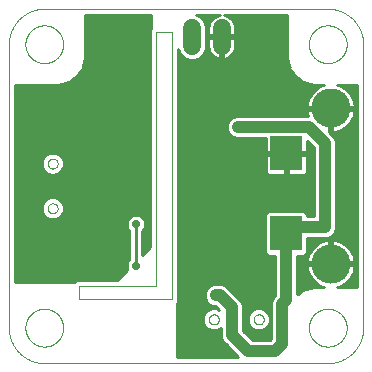
<source format=gbl>
G75*
%MOIN*%
%OFA0B0*%
%FSLAX25Y25*%
%IPPOS*%
%LPD*%
%AMOC8*
5,1,8,0,0,1.08239X$1,22.5*
%
%ADD10C,0.00000*%
%ADD11R,0.10630X0.11614*%
%ADD12C,0.05906*%
%ADD13C,0.13055*%
%ADD14C,0.01000*%
%ADD15OC8,0.03762*%
%ADD16OC8,0.02700*%
%ADD17C,0.03937*%
%ADD18C,0.00984*%
D10*
X0054181Y0045967D02*
X0054181Y0140455D01*
X0059693Y0140455D02*
X0059695Y0140613D01*
X0059701Y0140771D01*
X0059711Y0140929D01*
X0059725Y0141087D01*
X0059743Y0141244D01*
X0059764Y0141401D01*
X0059790Y0141557D01*
X0059820Y0141713D01*
X0059853Y0141868D01*
X0059891Y0142021D01*
X0059932Y0142174D01*
X0059977Y0142326D01*
X0060026Y0142477D01*
X0060079Y0142626D01*
X0060135Y0142774D01*
X0060195Y0142920D01*
X0060259Y0143065D01*
X0060327Y0143208D01*
X0060398Y0143350D01*
X0060472Y0143490D01*
X0060550Y0143627D01*
X0060632Y0143763D01*
X0060716Y0143897D01*
X0060805Y0144028D01*
X0060896Y0144157D01*
X0060991Y0144284D01*
X0061088Y0144409D01*
X0061189Y0144531D01*
X0061293Y0144650D01*
X0061400Y0144767D01*
X0061510Y0144881D01*
X0061623Y0144992D01*
X0061738Y0145101D01*
X0061856Y0145206D01*
X0061977Y0145308D01*
X0062100Y0145408D01*
X0062226Y0145504D01*
X0062354Y0145597D01*
X0062484Y0145687D01*
X0062617Y0145773D01*
X0062752Y0145857D01*
X0062888Y0145936D01*
X0063027Y0146013D01*
X0063168Y0146085D01*
X0063310Y0146155D01*
X0063454Y0146220D01*
X0063600Y0146282D01*
X0063747Y0146340D01*
X0063896Y0146395D01*
X0064046Y0146446D01*
X0064197Y0146493D01*
X0064349Y0146536D01*
X0064502Y0146575D01*
X0064657Y0146611D01*
X0064812Y0146642D01*
X0064968Y0146670D01*
X0065124Y0146694D01*
X0065281Y0146714D01*
X0065439Y0146730D01*
X0065596Y0146742D01*
X0065755Y0146750D01*
X0065913Y0146754D01*
X0066071Y0146754D01*
X0066229Y0146750D01*
X0066388Y0146742D01*
X0066545Y0146730D01*
X0066703Y0146714D01*
X0066860Y0146694D01*
X0067016Y0146670D01*
X0067172Y0146642D01*
X0067327Y0146611D01*
X0067482Y0146575D01*
X0067635Y0146536D01*
X0067787Y0146493D01*
X0067938Y0146446D01*
X0068088Y0146395D01*
X0068237Y0146340D01*
X0068384Y0146282D01*
X0068530Y0146220D01*
X0068674Y0146155D01*
X0068816Y0146085D01*
X0068957Y0146013D01*
X0069096Y0145936D01*
X0069232Y0145857D01*
X0069367Y0145773D01*
X0069500Y0145687D01*
X0069630Y0145597D01*
X0069758Y0145504D01*
X0069884Y0145408D01*
X0070007Y0145308D01*
X0070128Y0145206D01*
X0070246Y0145101D01*
X0070361Y0144992D01*
X0070474Y0144881D01*
X0070584Y0144767D01*
X0070691Y0144650D01*
X0070795Y0144531D01*
X0070896Y0144409D01*
X0070993Y0144284D01*
X0071088Y0144157D01*
X0071179Y0144028D01*
X0071268Y0143897D01*
X0071352Y0143763D01*
X0071434Y0143627D01*
X0071512Y0143490D01*
X0071586Y0143350D01*
X0071657Y0143208D01*
X0071725Y0143065D01*
X0071789Y0142920D01*
X0071849Y0142774D01*
X0071905Y0142626D01*
X0071958Y0142477D01*
X0072007Y0142326D01*
X0072052Y0142174D01*
X0072093Y0142021D01*
X0072131Y0141868D01*
X0072164Y0141713D01*
X0072194Y0141557D01*
X0072220Y0141401D01*
X0072241Y0141244D01*
X0072259Y0141087D01*
X0072273Y0140929D01*
X0072283Y0140771D01*
X0072289Y0140613D01*
X0072291Y0140455D01*
X0072289Y0140297D01*
X0072283Y0140139D01*
X0072273Y0139981D01*
X0072259Y0139823D01*
X0072241Y0139666D01*
X0072220Y0139509D01*
X0072194Y0139353D01*
X0072164Y0139197D01*
X0072131Y0139042D01*
X0072093Y0138889D01*
X0072052Y0138736D01*
X0072007Y0138584D01*
X0071958Y0138433D01*
X0071905Y0138284D01*
X0071849Y0138136D01*
X0071789Y0137990D01*
X0071725Y0137845D01*
X0071657Y0137702D01*
X0071586Y0137560D01*
X0071512Y0137420D01*
X0071434Y0137283D01*
X0071352Y0137147D01*
X0071268Y0137013D01*
X0071179Y0136882D01*
X0071088Y0136753D01*
X0070993Y0136626D01*
X0070896Y0136501D01*
X0070795Y0136379D01*
X0070691Y0136260D01*
X0070584Y0136143D01*
X0070474Y0136029D01*
X0070361Y0135918D01*
X0070246Y0135809D01*
X0070128Y0135704D01*
X0070007Y0135602D01*
X0069884Y0135502D01*
X0069758Y0135406D01*
X0069630Y0135313D01*
X0069500Y0135223D01*
X0069367Y0135137D01*
X0069232Y0135053D01*
X0069096Y0134974D01*
X0068957Y0134897D01*
X0068816Y0134825D01*
X0068674Y0134755D01*
X0068530Y0134690D01*
X0068384Y0134628D01*
X0068237Y0134570D01*
X0068088Y0134515D01*
X0067938Y0134464D01*
X0067787Y0134417D01*
X0067635Y0134374D01*
X0067482Y0134335D01*
X0067327Y0134299D01*
X0067172Y0134268D01*
X0067016Y0134240D01*
X0066860Y0134216D01*
X0066703Y0134196D01*
X0066545Y0134180D01*
X0066388Y0134168D01*
X0066229Y0134160D01*
X0066071Y0134156D01*
X0065913Y0134156D01*
X0065755Y0134160D01*
X0065596Y0134168D01*
X0065439Y0134180D01*
X0065281Y0134196D01*
X0065124Y0134216D01*
X0064968Y0134240D01*
X0064812Y0134268D01*
X0064657Y0134299D01*
X0064502Y0134335D01*
X0064349Y0134374D01*
X0064197Y0134417D01*
X0064046Y0134464D01*
X0063896Y0134515D01*
X0063747Y0134570D01*
X0063600Y0134628D01*
X0063454Y0134690D01*
X0063310Y0134755D01*
X0063168Y0134825D01*
X0063027Y0134897D01*
X0062888Y0134974D01*
X0062752Y0135053D01*
X0062617Y0135137D01*
X0062484Y0135223D01*
X0062354Y0135313D01*
X0062226Y0135406D01*
X0062100Y0135502D01*
X0061977Y0135602D01*
X0061856Y0135704D01*
X0061738Y0135809D01*
X0061623Y0135918D01*
X0061510Y0136029D01*
X0061400Y0136143D01*
X0061293Y0136260D01*
X0061189Y0136379D01*
X0061088Y0136501D01*
X0060991Y0136626D01*
X0060896Y0136753D01*
X0060805Y0136882D01*
X0060716Y0137013D01*
X0060632Y0137147D01*
X0060550Y0137283D01*
X0060472Y0137420D01*
X0060398Y0137560D01*
X0060327Y0137702D01*
X0060259Y0137845D01*
X0060195Y0137990D01*
X0060135Y0138136D01*
X0060079Y0138284D01*
X0060026Y0138433D01*
X0059977Y0138584D01*
X0059932Y0138736D01*
X0059891Y0138889D01*
X0059853Y0139042D01*
X0059820Y0139197D01*
X0059790Y0139353D01*
X0059764Y0139509D01*
X0059743Y0139666D01*
X0059725Y0139823D01*
X0059711Y0139981D01*
X0059701Y0140139D01*
X0059695Y0140297D01*
X0059693Y0140455D01*
X0054181Y0140455D02*
X0054184Y0140740D01*
X0054195Y0141026D01*
X0054212Y0141311D01*
X0054236Y0141595D01*
X0054267Y0141879D01*
X0054305Y0142162D01*
X0054350Y0142443D01*
X0054401Y0142724D01*
X0054459Y0143004D01*
X0054524Y0143282D01*
X0054596Y0143558D01*
X0054674Y0143832D01*
X0054759Y0144105D01*
X0054851Y0144375D01*
X0054949Y0144643D01*
X0055053Y0144909D01*
X0055164Y0145172D01*
X0055281Y0145432D01*
X0055404Y0145690D01*
X0055534Y0145944D01*
X0055670Y0146195D01*
X0055811Y0146443D01*
X0055959Y0146687D01*
X0056112Y0146928D01*
X0056272Y0147164D01*
X0056437Y0147397D01*
X0056607Y0147626D01*
X0056783Y0147851D01*
X0056965Y0148071D01*
X0057151Y0148287D01*
X0057343Y0148498D01*
X0057540Y0148705D01*
X0057742Y0148907D01*
X0057949Y0149104D01*
X0058160Y0149296D01*
X0058376Y0149482D01*
X0058596Y0149664D01*
X0058821Y0149840D01*
X0059050Y0150010D01*
X0059283Y0150175D01*
X0059519Y0150335D01*
X0059760Y0150488D01*
X0060004Y0150636D01*
X0060252Y0150777D01*
X0060503Y0150913D01*
X0060757Y0151043D01*
X0061015Y0151166D01*
X0061275Y0151283D01*
X0061538Y0151394D01*
X0061804Y0151498D01*
X0062072Y0151596D01*
X0062342Y0151688D01*
X0062615Y0151773D01*
X0062889Y0151851D01*
X0063165Y0151923D01*
X0063443Y0151988D01*
X0063723Y0152046D01*
X0064004Y0152097D01*
X0064285Y0152142D01*
X0064568Y0152180D01*
X0064852Y0152211D01*
X0065136Y0152235D01*
X0065421Y0152252D01*
X0065707Y0152263D01*
X0065992Y0152266D01*
X0160480Y0152266D01*
X0154181Y0140455D02*
X0154183Y0140613D01*
X0154189Y0140771D01*
X0154199Y0140929D01*
X0154213Y0141087D01*
X0154231Y0141244D01*
X0154252Y0141401D01*
X0154278Y0141557D01*
X0154308Y0141713D01*
X0154341Y0141868D01*
X0154379Y0142021D01*
X0154420Y0142174D01*
X0154465Y0142326D01*
X0154514Y0142477D01*
X0154567Y0142626D01*
X0154623Y0142774D01*
X0154683Y0142920D01*
X0154747Y0143065D01*
X0154815Y0143208D01*
X0154886Y0143350D01*
X0154960Y0143490D01*
X0155038Y0143627D01*
X0155120Y0143763D01*
X0155204Y0143897D01*
X0155293Y0144028D01*
X0155384Y0144157D01*
X0155479Y0144284D01*
X0155576Y0144409D01*
X0155677Y0144531D01*
X0155781Y0144650D01*
X0155888Y0144767D01*
X0155998Y0144881D01*
X0156111Y0144992D01*
X0156226Y0145101D01*
X0156344Y0145206D01*
X0156465Y0145308D01*
X0156588Y0145408D01*
X0156714Y0145504D01*
X0156842Y0145597D01*
X0156972Y0145687D01*
X0157105Y0145773D01*
X0157240Y0145857D01*
X0157376Y0145936D01*
X0157515Y0146013D01*
X0157656Y0146085D01*
X0157798Y0146155D01*
X0157942Y0146220D01*
X0158088Y0146282D01*
X0158235Y0146340D01*
X0158384Y0146395D01*
X0158534Y0146446D01*
X0158685Y0146493D01*
X0158837Y0146536D01*
X0158990Y0146575D01*
X0159145Y0146611D01*
X0159300Y0146642D01*
X0159456Y0146670D01*
X0159612Y0146694D01*
X0159769Y0146714D01*
X0159927Y0146730D01*
X0160084Y0146742D01*
X0160243Y0146750D01*
X0160401Y0146754D01*
X0160559Y0146754D01*
X0160717Y0146750D01*
X0160876Y0146742D01*
X0161033Y0146730D01*
X0161191Y0146714D01*
X0161348Y0146694D01*
X0161504Y0146670D01*
X0161660Y0146642D01*
X0161815Y0146611D01*
X0161970Y0146575D01*
X0162123Y0146536D01*
X0162275Y0146493D01*
X0162426Y0146446D01*
X0162576Y0146395D01*
X0162725Y0146340D01*
X0162872Y0146282D01*
X0163018Y0146220D01*
X0163162Y0146155D01*
X0163304Y0146085D01*
X0163445Y0146013D01*
X0163584Y0145936D01*
X0163720Y0145857D01*
X0163855Y0145773D01*
X0163988Y0145687D01*
X0164118Y0145597D01*
X0164246Y0145504D01*
X0164372Y0145408D01*
X0164495Y0145308D01*
X0164616Y0145206D01*
X0164734Y0145101D01*
X0164849Y0144992D01*
X0164962Y0144881D01*
X0165072Y0144767D01*
X0165179Y0144650D01*
X0165283Y0144531D01*
X0165384Y0144409D01*
X0165481Y0144284D01*
X0165576Y0144157D01*
X0165667Y0144028D01*
X0165756Y0143897D01*
X0165840Y0143763D01*
X0165922Y0143627D01*
X0166000Y0143490D01*
X0166074Y0143350D01*
X0166145Y0143208D01*
X0166213Y0143065D01*
X0166277Y0142920D01*
X0166337Y0142774D01*
X0166393Y0142626D01*
X0166446Y0142477D01*
X0166495Y0142326D01*
X0166540Y0142174D01*
X0166581Y0142021D01*
X0166619Y0141868D01*
X0166652Y0141713D01*
X0166682Y0141557D01*
X0166708Y0141401D01*
X0166729Y0141244D01*
X0166747Y0141087D01*
X0166761Y0140929D01*
X0166771Y0140771D01*
X0166777Y0140613D01*
X0166779Y0140455D01*
X0166777Y0140297D01*
X0166771Y0140139D01*
X0166761Y0139981D01*
X0166747Y0139823D01*
X0166729Y0139666D01*
X0166708Y0139509D01*
X0166682Y0139353D01*
X0166652Y0139197D01*
X0166619Y0139042D01*
X0166581Y0138889D01*
X0166540Y0138736D01*
X0166495Y0138584D01*
X0166446Y0138433D01*
X0166393Y0138284D01*
X0166337Y0138136D01*
X0166277Y0137990D01*
X0166213Y0137845D01*
X0166145Y0137702D01*
X0166074Y0137560D01*
X0166000Y0137420D01*
X0165922Y0137283D01*
X0165840Y0137147D01*
X0165756Y0137013D01*
X0165667Y0136882D01*
X0165576Y0136753D01*
X0165481Y0136626D01*
X0165384Y0136501D01*
X0165283Y0136379D01*
X0165179Y0136260D01*
X0165072Y0136143D01*
X0164962Y0136029D01*
X0164849Y0135918D01*
X0164734Y0135809D01*
X0164616Y0135704D01*
X0164495Y0135602D01*
X0164372Y0135502D01*
X0164246Y0135406D01*
X0164118Y0135313D01*
X0163988Y0135223D01*
X0163855Y0135137D01*
X0163720Y0135053D01*
X0163584Y0134974D01*
X0163445Y0134897D01*
X0163304Y0134825D01*
X0163162Y0134755D01*
X0163018Y0134690D01*
X0162872Y0134628D01*
X0162725Y0134570D01*
X0162576Y0134515D01*
X0162426Y0134464D01*
X0162275Y0134417D01*
X0162123Y0134374D01*
X0161970Y0134335D01*
X0161815Y0134299D01*
X0161660Y0134268D01*
X0161504Y0134240D01*
X0161348Y0134216D01*
X0161191Y0134196D01*
X0161033Y0134180D01*
X0160876Y0134168D01*
X0160717Y0134160D01*
X0160559Y0134156D01*
X0160401Y0134156D01*
X0160243Y0134160D01*
X0160084Y0134168D01*
X0159927Y0134180D01*
X0159769Y0134196D01*
X0159612Y0134216D01*
X0159456Y0134240D01*
X0159300Y0134268D01*
X0159145Y0134299D01*
X0158990Y0134335D01*
X0158837Y0134374D01*
X0158685Y0134417D01*
X0158534Y0134464D01*
X0158384Y0134515D01*
X0158235Y0134570D01*
X0158088Y0134628D01*
X0157942Y0134690D01*
X0157798Y0134755D01*
X0157656Y0134825D01*
X0157515Y0134897D01*
X0157376Y0134974D01*
X0157240Y0135053D01*
X0157105Y0135137D01*
X0156972Y0135223D01*
X0156842Y0135313D01*
X0156714Y0135406D01*
X0156588Y0135502D01*
X0156465Y0135602D01*
X0156344Y0135704D01*
X0156226Y0135809D01*
X0156111Y0135918D01*
X0155998Y0136029D01*
X0155888Y0136143D01*
X0155781Y0136260D01*
X0155677Y0136379D01*
X0155576Y0136501D01*
X0155479Y0136626D01*
X0155384Y0136753D01*
X0155293Y0136882D01*
X0155204Y0137013D01*
X0155120Y0137147D01*
X0155038Y0137283D01*
X0154960Y0137420D01*
X0154886Y0137560D01*
X0154815Y0137702D01*
X0154747Y0137845D01*
X0154683Y0137990D01*
X0154623Y0138136D01*
X0154567Y0138284D01*
X0154514Y0138433D01*
X0154465Y0138584D01*
X0154420Y0138736D01*
X0154379Y0138889D01*
X0154341Y0139042D01*
X0154308Y0139197D01*
X0154278Y0139353D01*
X0154252Y0139509D01*
X0154231Y0139666D01*
X0154213Y0139823D01*
X0154199Y0139981D01*
X0154189Y0140139D01*
X0154183Y0140297D01*
X0154181Y0140455D01*
X0160480Y0152266D02*
X0160765Y0152263D01*
X0161051Y0152252D01*
X0161336Y0152235D01*
X0161620Y0152211D01*
X0161904Y0152180D01*
X0162187Y0152142D01*
X0162468Y0152097D01*
X0162749Y0152046D01*
X0163029Y0151988D01*
X0163307Y0151923D01*
X0163583Y0151851D01*
X0163857Y0151773D01*
X0164130Y0151688D01*
X0164400Y0151596D01*
X0164668Y0151498D01*
X0164934Y0151394D01*
X0165197Y0151283D01*
X0165457Y0151166D01*
X0165715Y0151043D01*
X0165969Y0150913D01*
X0166220Y0150777D01*
X0166468Y0150636D01*
X0166712Y0150488D01*
X0166953Y0150335D01*
X0167189Y0150175D01*
X0167422Y0150010D01*
X0167651Y0149840D01*
X0167876Y0149664D01*
X0168096Y0149482D01*
X0168312Y0149296D01*
X0168523Y0149104D01*
X0168730Y0148907D01*
X0168932Y0148705D01*
X0169129Y0148498D01*
X0169321Y0148287D01*
X0169507Y0148071D01*
X0169689Y0147851D01*
X0169865Y0147626D01*
X0170035Y0147397D01*
X0170200Y0147164D01*
X0170360Y0146928D01*
X0170513Y0146687D01*
X0170661Y0146443D01*
X0170802Y0146195D01*
X0170938Y0145944D01*
X0171068Y0145690D01*
X0171191Y0145432D01*
X0171308Y0145172D01*
X0171419Y0144909D01*
X0171523Y0144643D01*
X0171621Y0144375D01*
X0171713Y0144105D01*
X0171798Y0143832D01*
X0171876Y0143558D01*
X0171948Y0143282D01*
X0172013Y0143004D01*
X0172071Y0142724D01*
X0172122Y0142443D01*
X0172167Y0142162D01*
X0172205Y0141879D01*
X0172236Y0141595D01*
X0172260Y0141311D01*
X0172277Y0141026D01*
X0172288Y0140740D01*
X0172291Y0140455D01*
X0172291Y0045967D01*
X0154181Y0045967D02*
X0154183Y0046125D01*
X0154189Y0046283D01*
X0154199Y0046441D01*
X0154213Y0046599D01*
X0154231Y0046756D01*
X0154252Y0046913D01*
X0154278Y0047069D01*
X0154308Y0047225D01*
X0154341Y0047380D01*
X0154379Y0047533D01*
X0154420Y0047686D01*
X0154465Y0047838D01*
X0154514Y0047989D01*
X0154567Y0048138D01*
X0154623Y0048286D01*
X0154683Y0048432D01*
X0154747Y0048577D01*
X0154815Y0048720D01*
X0154886Y0048862D01*
X0154960Y0049002D01*
X0155038Y0049139D01*
X0155120Y0049275D01*
X0155204Y0049409D01*
X0155293Y0049540D01*
X0155384Y0049669D01*
X0155479Y0049796D01*
X0155576Y0049921D01*
X0155677Y0050043D01*
X0155781Y0050162D01*
X0155888Y0050279D01*
X0155998Y0050393D01*
X0156111Y0050504D01*
X0156226Y0050613D01*
X0156344Y0050718D01*
X0156465Y0050820D01*
X0156588Y0050920D01*
X0156714Y0051016D01*
X0156842Y0051109D01*
X0156972Y0051199D01*
X0157105Y0051285D01*
X0157240Y0051369D01*
X0157376Y0051448D01*
X0157515Y0051525D01*
X0157656Y0051597D01*
X0157798Y0051667D01*
X0157942Y0051732D01*
X0158088Y0051794D01*
X0158235Y0051852D01*
X0158384Y0051907D01*
X0158534Y0051958D01*
X0158685Y0052005D01*
X0158837Y0052048D01*
X0158990Y0052087D01*
X0159145Y0052123D01*
X0159300Y0052154D01*
X0159456Y0052182D01*
X0159612Y0052206D01*
X0159769Y0052226D01*
X0159927Y0052242D01*
X0160084Y0052254D01*
X0160243Y0052262D01*
X0160401Y0052266D01*
X0160559Y0052266D01*
X0160717Y0052262D01*
X0160876Y0052254D01*
X0161033Y0052242D01*
X0161191Y0052226D01*
X0161348Y0052206D01*
X0161504Y0052182D01*
X0161660Y0052154D01*
X0161815Y0052123D01*
X0161970Y0052087D01*
X0162123Y0052048D01*
X0162275Y0052005D01*
X0162426Y0051958D01*
X0162576Y0051907D01*
X0162725Y0051852D01*
X0162872Y0051794D01*
X0163018Y0051732D01*
X0163162Y0051667D01*
X0163304Y0051597D01*
X0163445Y0051525D01*
X0163584Y0051448D01*
X0163720Y0051369D01*
X0163855Y0051285D01*
X0163988Y0051199D01*
X0164118Y0051109D01*
X0164246Y0051016D01*
X0164372Y0050920D01*
X0164495Y0050820D01*
X0164616Y0050718D01*
X0164734Y0050613D01*
X0164849Y0050504D01*
X0164962Y0050393D01*
X0165072Y0050279D01*
X0165179Y0050162D01*
X0165283Y0050043D01*
X0165384Y0049921D01*
X0165481Y0049796D01*
X0165576Y0049669D01*
X0165667Y0049540D01*
X0165756Y0049409D01*
X0165840Y0049275D01*
X0165922Y0049139D01*
X0166000Y0049002D01*
X0166074Y0048862D01*
X0166145Y0048720D01*
X0166213Y0048577D01*
X0166277Y0048432D01*
X0166337Y0048286D01*
X0166393Y0048138D01*
X0166446Y0047989D01*
X0166495Y0047838D01*
X0166540Y0047686D01*
X0166581Y0047533D01*
X0166619Y0047380D01*
X0166652Y0047225D01*
X0166682Y0047069D01*
X0166708Y0046913D01*
X0166729Y0046756D01*
X0166747Y0046599D01*
X0166761Y0046441D01*
X0166771Y0046283D01*
X0166777Y0046125D01*
X0166779Y0045967D01*
X0166777Y0045809D01*
X0166771Y0045651D01*
X0166761Y0045493D01*
X0166747Y0045335D01*
X0166729Y0045178D01*
X0166708Y0045021D01*
X0166682Y0044865D01*
X0166652Y0044709D01*
X0166619Y0044554D01*
X0166581Y0044401D01*
X0166540Y0044248D01*
X0166495Y0044096D01*
X0166446Y0043945D01*
X0166393Y0043796D01*
X0166337Y0043648D01*
X0166277Y0043502D01*
X0166213Y0043357D01*
X0166145Y0043214D01*
X0166074Y0043072D01*
X0166000Y0042932D01*
X0165922Y0042795D01*
X0165840Y0042659D01*
X0165756Y0042525D01*
X0165667Y0042394D01*
X0165576Y0042265D01*
X0165481Y0042138D01*
X0165384Y0042013D01*
X0165283Y0041891D01*
X0165179Y0041772D01*
X0165072Y0041655D01*
X0164962Y0041541D01*
X0164849Y0041430D01*
X0164734Y0041321D01*
X0164616Y0041216D01*
X0164495Y0041114D01*
X0164372Y0041014D01*
X0164246Y0040918D01*
X0164118Y0040825D01*
X0163988Y0040735D01*
X0163855Y0040649D01*
X0163720Y0040565D01*
X0163584Y0040486D01*
X0163445Y0040409D01*
X0163304Y0040337D01*
X0163162Y0040267D01*
X0163018Y0040202D01*
X0162872Y0040140D01*
X0162725Y0040082D01*
X0162576Y0040027D01*
X0162426Y0039976D01*
X0162275Y0039929D01*
X0162123Y0039886D01*
X0161970Y0039847D01*
X0161815Y0039811D01*
X0161660Y0039780D01*
X0161504Y0039752D01*
X0161348Y0039728D01*
X0161191Y0039708D01*
X0161033Y0039692D01*
X0160876Y0039680D01*
X0160717Y0039672D01*
X0160559Y0039668D01*
X0160401Y0039668D01*
X0160243Y0039672D01*
X0160084Y0039680D01*
X0159927Y0039692D01*
X0159769Y0039708D01*
X0159612Y0039728D01*
X0159456Y0039752D01*
X0159300Y0039780D01*
X0159145Y0039811D01*
X0158990Y0039847D01*
X0158837Y0039886D01*
X0158685Y0039929D01*
X0158534Y0039976D01*
X0158384Y0040027D01*
X0158235Y0040082D01*
X0158088Y0040140D01*
X0157942Y0040202D01*
X0157798Y0040267D01*
X0157656Y0040337D01*
X0157515Y0040409D01*
X0157376Y0040486D01*
X0157240Y0040565D01*
X0157105Y0040649D01*
X0156972Y0040735D01*
X0156842Y0040825D01*
X0156714Y0040918D01*
X0156588Y0041014D01*
X0156465Y0041114D01*
X0156344Y0041216D01*
X0156226Y0041321D01*
X0156111Y0041430D01*
X0155998Y0041541D01*
X0155888Y0041655D01*
X0155781Y0041772D01*
X0155677Y0041891D01*
X0155576Y0042013D01*
X0155479Y0042138D01*
X0155384Y0042265D01*
X0155293Y0042394D01*
X0155204Y0042525D01*
X0155120Y0042659D01*
X0155038Y0042795D01*
X0154960Y0042932D01*
X0154886Y0043072D01*
X0154815Y0043214D01*
X0154747Y0043357D01*
X0154683Y0043502D01*
X0154623Y0043648D01*
X0154567Y0043796D01*
X0154514Y0043945D01*
X0154465Y0044096D01*
X0154420Y0044248D01*
X0154379Y0044401D01*
X0154341Y0044554D01*
X0154308Y0044709D01*
X0154278Y0044865D01*
X0154252Y0045021D01*
X0154231Y0045178D01*
X0154213Y0045335D01*
X0154199Y0045493D01*
X0154189Y0045651D01*
X0154183Y0045809D01*
X0154181Y0045967D01*
X0160480Y0034156D02*
X0160765Y0034159D01*
X0161051Y0034170D01*
X0161336Y0034187D01*
X0161620Y0034211D01*
X0161904Y0034242D01*
X0162187Y0034280D01*
X0162468Y0034325D01*
X0162749Y0034376D01*
X0163029Y0034434D01*
X0163307Y0034499D01*
X0163583Y0034571D01*
X0163857Y0034649D01*
X0164130Y0034734D01*
X0164400Y0034826D01*
X0164668Y0034924D01*
X0164934Y0035028D01*
X0165197Y0035139D01*
X0165457Y0035256D01*
X0165715Y0035379D01*
X0165969Y0035509D01*
X0166220Y0035645D01*
X0166468Y0035786D01*
X0166712Y0035934D01*
X0166953Y0036087D01*
X0167189Y0036247D01*
X0167422Y0036412D01*
X0167651Y0036582D01*
X0167876Y0036758D01*
X0168096Y0036940D01*
X0168312Y0037126D01*
X0168523Y0037318D01*
X0168730Y0037515D01*
X0168932Y0037717D01*
X0169129Y0037924D01*
X0169321Y0038135D01*
X0169507Y0038351D01*
X0169689Y0038571D01*
X0169865Y0038796D01*
X0170035Y0039025D01*
X0170200Y0039258D01*
X0170360Y0039494D01*
X0170513Y0039735D01*
X0170661Y0039979D01*
X0170802Y0040227D01*
X0170938Y0040478D01*
X0171068Y0040732D01*
X0171191Y0040990D01*
X0171308Y0041250D01*
X0171419Y0041513D01*
X0171523Y0041779D01*
X0171621Y0042047D01*
X0171713Y0042317D01*
X0171798Y0042590D01*
X0171876Y0042864D01*
X0171948Y0043140D01*
X0172013Y0043418D01*
X0172071Y0043698D01*
X0172122Y0043979D01*
X0172167Y0044260D01*
X0172205Y0044543D01*
X0172236Y0044827D01*
X0172260Y0045111D01*
X0172277Y0045396D01*
X0172288Y0045682D01*
X0172291Y0045967D01*
X0160480Y0034156D02*
X0065992Y0034156D01*
X0059693Y0045967D02*
X0059695Y0046125D01*
X0059701Y0046283D01*
X0059711Y0046441D01*
X0059725Y0046599D01*
X0059743Y0046756D01*
X0059764Y0046913D01*
X0059790Y0047069D01*
X0059820Y0047225D01*
X0059853Y0047380D01*
X0059891Y0047533D01*
X0059932Y0047686D01*
X0059977Y0047838D01*
X0060026Y0047989D01*
X0060079Y0048138D01*
X0060135Y0048286D01*
X0060195Y0048432D01*
X0060259Y0048577D01*
X0060327Y0048720D01*
X0060398Y0048862D01*
X0060472Y0049002D01*
X0060550Y0049139D01*
X0060632Y0049275D01*
X0060716Y0049409D01*
X0060805Y0049540D01*
X0060896Y0049669D01*
X0060991Y0049796D01*
X0061088Y0049921D01*
X0061189Y0050043D01*
X0061293Y0050162D01*
X0061400Y0050279D01*
X0061510Y0050393D01*
X0061623Y0050504D01*
X0061738Y0050613D01*
X0061856Y0050718D01*
X0061977Y0050820D01*
X0062100Y0050920D01*
X0062226Y0051016D01*
X0062354Y0051109D01*
X0062484Y0051199D01*
X0062617Y0051285D01*
X0062752Y0051369D01*
X0062888Y0051448D01*
X0063027Y0051525D01*
X0063168Y0051597D01*
X0063310Y0051667D01*
X0063454Y0051732D01*
X0063600Y0051794D01*
X0063747Y0051852D01*
X0063896Y0051907D01*
X0064046Y0051958D01*
X0064197Y0052005D01*
X0064349Y0052048D01*
X0064502Y0052087D01*
X0064657Y0052123D01*
X0064812Y0052154D01*
X0064968Y0052182D01*
X0065124Y0052206D01*
X0065281Y0052226D01*
X0065439Y0052242D01*
X0065596Y0052254D01*
X0065755Y0052262D01*
X0065913Y0052266D01*
X0066071Y0052266D01*
X0066229Y0052262D01*
X0066388Y0052254D01*
X0066545Y0052242D01*
X0066703Y0052226D01*
X0066860Y0052206D01*
X0067016Y0052182D01*
X0067172Y0052154D01*
X0067327Y0052123D01*
X0067482Y0052087D01*
X0067635Y0052048D01*
X0067787Y0052005D01*
X0067938Y0051958D01*
X0068088Y0051907D01*
X0068237Y0051852D01*
X0068384Y0051794D01*
X0068530Y0051732D01*
X0068674Y0051667D01*
X0068816Y0051597D01*
X0068957Y0051525D01*
X0069096Y0051448D01*
X0069232Y0051369D01*
X0069367Y0051285D01*
X0069500Y0051199D01*
X0069630Y0051109D01*
X0069758Y0051016D01*
X0069884Y0050920D01*
X0070007Y0050820D01*
X0070128Y0050718D01*
X0070246Y0050613D01*
X0070361Y0050504D01*
X0070474Y0050393D01*
X0070584Y0050279D01*
X0070691Y0050162D01*
X0070795Y0050043D01*
X0070896Y0049921D01*
X0070993Y0049796D01*
X0071088Y0049669D01*
X0071179Y0049540D01*
X0071268Y0049409D01*
X0071352Y0049275D01*
X0071434Y0049139D01*
X0071512Y0049002D01*
X0071586Y0048862D01*
X0071657Y0048720D01*
X0071725Y0048577D01*
X0071789Y0048432D01*
X0071849Y0048286D01*
X0071905Y0048138D01*
X0071958Y0047989D01*
X0072007Y0047838D01*
X0072052Y0047686D01*
X0072093Y0047533D01*
X0072131Y0047380D01*
X0072164Y0047225D01*
X0072194Y0047069D01*
X0072220Y0046913D01*
X0072241Y0046756D01*
X0072259Y0046599D01*
X0072273Y0046441D01*
X0072283Y0046283D01*
X0072289Y0046125D01*
X0072291Y0045967D01*
X0072289Y0045809D01*
X0072283Y0045651D01*
X0072273Y0045493D01*
X0072259Y0045335D01*
X0072241Y0045178D01*
X0072220Y0045021D01*
X0072194Y0044865D01*
X0072164Y0044709D01*
X0072131Y0044554D01*
X0072093Y0044401D01*
X0072052Y0044248D01*
X0072007Y0044096D01*
X0071958Y0043945D01*
X0071905Y0043796D01*
X0071849Y0043648D01*
X0071789Y0043502D01*
X0071725Y0043357D01*
X0071657Y0043214D01*
X0071586Y0043072D01*
X0071512Y0042932D01*
X0071434Y0042795D01*
X0071352Y0042659D01*
X0071268Y0042525D01*
X0071179Y0042394D01*
X0071088Y0042265D01*
X0070993Y0042138D01*
X0070896Y0042013D01*
X0070795Y0041891D01*
X0070691Y0041772D01*
X0070584Y0041655D01*
X0070474Y0041541D01*
X0070361Y0041430D01*
X0070246Y0041321D01*
X0070128Y0041216D01*
X0070007Y0041114D01*
X0069884Y0041014D01*
X0069758Y0040918D01*
X0069630Y0040825D01*
X0069500Y0040735D01*
X0069367Y0040649D01*
X0069232Y0040565D01*
X0069096Y0040486D01*
X0068957Y0040409D01*
X0068816Y0040337D01*
X0068674Y0040267D01*
X0068530Y0040202D01*
X0068384Y0040140D01*
X0068237Y0040082D01*
X0068088Y0040027D01*
X0067938Y0039976D01*
X0067787Y0039929D01*
X0067635Y0039886D01*
X0067482Y0039847D01*
X0067327Y0039811D01*
X0067172Y0039780D01*
X0067016Y0039752D01*
X0066860Y0039728D01*
X0066703Y0039708D01*
X0066545Y0039692D01*
X0066388Y0039680D01*
X0066229Y0039672D01*
X0066071Y0039668D01*
X0065913Y0039668D01*
X0065755Y0039672D01*
X0065596Y0039680D01*
X0065439Y0039692D01*
X0065281Y0039708D01*
X0065124Y0039728D01*
X0064968Y0039752D01*
X0064812Y0039780D01*
X0064657Y0039811D01*
X0064502Y0039847D01*
X0064349Y0039886D01*
X0064197Y0039929D01*
X0064046Y0039976D01*
X0063896Y0040027D01*
X0063747Y0040082D01*
X0063600Y0040140D01*
X0063454Y0040202D01*
X0063310Y0040267D01*
X0063168Y0040337D01*
X0063027Y0040409D01*
X0062888Y0040486D01*
X0062752Y0040565D01*
X0062617Y0040649D01*
X0062484Y0040735D01*
X0062354Y0040825D01*
X0062226Y0040918D01*
X0062100Y0041014D01*
X0061977Y0041114D01*
X0061856Y0041216D01*
X0061738Y0041321D01*
X0061623Y0041430D01*
X0061510Y0041541D01*
X0061400Y0041655D01*
X0061293Y0041772D01*
X0061189Y0041891D01*
X0061088Y0042013D01*
X0060991Y0042138D01*
X0060896Y0042265D01*
X0060805Y0042394D01*
X0060716Y0042525D01*
X0060632Y0042659D01*
X0060550Y0042795D01*
X0060472Y0042932D01*
X0060398Y0043072D01*
X0060327Y0043214D01*
X0060259Y0043357D01*
X0060195Y0043502D01*
X0060135Y0043648D01*
X0060079Y0043796D01*
X0060026Y0043945D01*
X0059977Y0044096D01*
X0059932Y0044248D01*
X0059891Y0044401D01*
X0059853Y0044554D01*
X0059820Y0044709D01*
X0059790Y0044865D01*
X0059764Y0045021D01*
X0059743Y0045178D01*
X0059725Y0045335D01*
X0059711Y0045493D01*
X0059701Y0045651D01*
X0059695Y0045809D01*
X0059693Y0045967D01*
X0054181Y0045967D02*
X0054184Y0045682D01*
X0054195Y0045396D01*
X0054212Y0045111D01*
X0054236Y0044827D01*
X0054267Y0044543D01*
X0054305Y0044260D01*
X0054350Y0043979D01*
X0054401Y0043698D01*
X0054459Y0043418D01*
X0054524Y0043140D01*
X0054596Y0042864D01*
X0054674Y0042590D01*
X0054759Y0042317D01*
X0054851Y0042047D01*
X0054949Y0041779D01*
X0055053Y0041513D01*
X0055164Y0041250D01*
X0055281Y0040990D01*
X0055404Y0040732D01*
X0055534Y0040478D01*
X0055670Y0040227D01*
X0055811Y0039979D01*
X0055959Y0039735D01*
X0056112Y0039494D01*
X0056272Y0039258D01*
X0056437Y0039025D01*
X0056607Y0038796D01*
X0056783Y0038571D01*
X0056965Y0038351D01*
X0057151Y0038135D01*
X0057343Y0037924D01*
X0057540Y0037717D01*
X0057742Y0037515D01*
X0057949Y0037318D01*
X0058160Y0037126D01*
X0058376Y0036940D01*
X0058596Y0036758D01*
X0058821Y0036582D01*
X0059050Y0036412D01*
X0059283Y0036247D01*
X0059519Y0036087D01*
X0059760Y0035934D01*
X0060004Y0035786D01*
X0060252Y0035645D01*
X0060503Y0035509D01*
X0060757Y0035379D01*
X0061015Y0035256D01*
X0061275Y0035139D01*
X0061538Y0035028D01*
X0061804Y0034924D01*
X0062072Y0034826D01*
X0062342Y0034734D01*
X0062615Y0034649D01*
X0062889Y0034571D01*
X0063165Y0034499D01*
X0063443Y0034434D01*
X0063723Y0034376D01*
X0064004Y0034325D01*
X0064285Y0034280D01*
X0064568Y0034242D01*
X0064852Y0034211D01*
X0065136Y0034187D01*
X0065421Y0034170D01*
X0065707Y0034159D01*
X0065992Y0034156D01*
X0077409Y0055416D02*
X0077409Y0059944D01*
X0103197Y0059944D01*
X0103197Y0144589D01*
X0108512Y0144589D01*
X0108512Y0055416D01*
X0103197Y0055416D01*
X0077409Y0055416D01*
X0067075Y0085731D02*
X0067077Y0085812D01*
X0067083Y0085894D01*
X0067093Y0085975D01*
X0067107Y0086055D01*
X0067124Y0086134D01*
X0067146Y0086213D01*
X0067171Y0086290D01*
X0067200Y0086367D01*
X0067233Y0086441D01*
X0067270Y0086514D01*
X0067309Y0086585D01*
X0067353Y0086654D01*
X0067399Y0086721D01*
X0067449Y0086785D01*
X0067502Y0086847D01*
X0067558Y0086907D01*
X0067616Y0086963D01*
X0067678Y0087017D01*
X0067742Y0087068D01*
X0067808Y0087115D01*
X0067876Y0087159D01*
X0067947Y0087200D01*
X0068019Y0087237D01*
X0068094Y0087271D01*
X0068169Y0087301D01*
X0068247Y0087327D01*
X0068325Y0087350D01*
X0068404Y0087368D01*
X0068484Y0087383D01*
X0068565Y0087394D01*
X0068646Y0087401D01*
X0068728Y0087404D01*
X0068809Y0087403D01*
X0068890Y0087398D01*
X0068971Y0087389D01*
X0069052Y0087376D01*
X0069132Y0087359D01*
X0069210Y0087339D01*
X0069288Y0087314D01*
X0069365Y0087286D01*
X0069440Y0087254D01*
X0069513Y0087219D01*
X0069584Y0087180D01*
X0069654Y0087137D01*
X0069721Y0087092D01*
X0069787Y0087043D01*
X0069849Y0086991D01*
X0069909Y0086935D01*
X0069966Y0086877D01*
X0070021Y0086817D01*
X0070072Y0086753D01*
X0070120Y0086688D01*
X0070165Y0086620D01*
X0070207Y0086550D01*
X0070245Y0086478D01*
X0070280Y0086404D01*
X0070311Y0086329D01*
X0070338Y0086252D01*
X0070361Y0086174D01*
X0070381Y0086095D01*
X0070397Y0086015D01*
X0070409Y0085934D01*
X0070417Y0085853D01*
X0070421Y0085772D01*
X0070421Y0085690D01*
X0070417Y0085609D01*
X0070409Y0085528D01*
X0070397Y0085447D01*
X0070381Y0085367D01*
X0070361Y0085288D01*
X0070338Y0085210D01*
X0070311Y0085133D01*
X0070280Y0085058D01*
X0070245Y0084984D01*
X0070207Y0084912D01*
X0070165Y0084842D01*
X0070120Y0084774D01*
X0070072Y0084709D01*
X0070021Y0084645D01*
X0069966Y0084585D01*
X0069909Y0084527D01*
X0069849Y0084471D01*
X0069787Y0084419D01*
X0069721Y0084370D01*
X0069654Y0084325D01*
X0069585Y0084282D01*
X0069513Y0084243D01*
X0069440Y0084208D01*
X0069365Y0084176D01*
X0069288Y0084148D01*
X0069210Y0084123D01*
X0069132Y0084103D01*
X0069052Y0084086D01*
X0068971Y0084073D01*
X0068890Y0084064D01*
X0068809Y0084059D01*
X0068728Y0084058D01*
X0068646Y0084061D01*
X0068565Y0084068D01*
X0068484Y0084079D01*
X0068404Y0084094D01*
X0068325Y0084112D01*
X0068247Y0084135D01*
X0068169Y0084161D01*
X0068094Y0084191D01*
X0068019Y0084225D01*
X0067947Y0084262D01*
X0067876Y0084303D01*
X0067808Y0084347D01*
X0067742Y0084394D01*
X0067678Y0084445D01*
X0067616Y0084499D01*
X0067558Y0084555D01*
X0067502Y0084615D01*
X0067449Y0084677D01*
X0067399Y0084741D01*
X0067353Y0084808D01*
X0067309Y0084877D01*
X0067270Y0084948D01*
X0067233Y0085021D01*
X0067200Y0085095D01*
X0067171Y0085172D01*
X0067146Y0085249D01*
X0067124Y0085328D01*
X0067107Y0085407D01*
X0067093Y0085487D01*
X0067083Y0085568D01*
X0067077Y0085650D01*
X0067075Y0085731D01*
X0067075Y0100692D02*
X0067077Y0100773D01*
X0067083Y0100855D01*
X0067093Y0100936D01*
X0067107Y0101016D01*
X0067124Y0101095D01*
X0067146Y0101174D01*
X0067171Y0101251D01*
X0067200Y0101328D01*
X0067233Y0101402D01*
X0067270Y0101475D01*
X0067309Y0101546D01*
X0067353Y0101615D01*
X0067399Y0101682D01*
X0067449Y0101746D01*
X0067502Y0101808D01*
X0067558Y0101868D01*
X0067616Y0101924D01*
X0067678Y0101978D01*
X0067742Y0102029D01*
X0067808Y0102076D01*
X0067876Y0102120D01*
X0067947Y0102161D01*
X0068019Y0102198D01*
X0068094Y0102232D01*
X0068169Y0102262D01*
X0068247Y0102288D01*
X0068325Y0102311D01*
X0068404Y0102329D01*
X0068484Y0102344D01*
X0068565Y0102355D01*
X0068646Y0102362D01*
X0068728Y0102365D01*
X0068809Y0102364D01*
X0068890Y0102359D01*
X0068971Y0102350D01*
X0069052Y0102337D01*
X0069132Y0102320D01*
X0069210Y0102300D01*
X0069288Y0102275D01*
X0069365Y0102247D01*
X0069440Y0102215D01*
X0069513Y0102180D01*
X0069584Y0102141D01*
X0069654Y0102098D01*
X0069721Y0102053D01*
X0069787Y0102004D01*
X0069849Y0101952D01*
X0069909Y0101896D01*
X0069966Y0101838D01*
X0070021Y0101778D01*
X0070072Y0101714D01*
X0070120Y0101649D01*
X0070165Y0101581D01*
X0070207Y0101511D01*
X0070245Y0101439D01*
X0070280Y0101365D01*
X0070311Y0101290D01*
X0070338Y0101213D01*
X0070361Y0101135D01*
X0070381Y0101056D01*
X0070397Y0100976D01*
X0070409Y0100895D01*
X0070417Y0100814D01*
X0070421Y0100733D01*
X0070421Y0100651D01*
X0070417Y0100570D01*
X0070409Y0100489D01*
X0070397Y0100408D01*
X0070381Y0100328D01*
X0070361Y0100249D01*
X0070338Y0100171D01*
X0070311Y0100094D01*
X0070280Y0100019D01*
X0070245Y0099945D01*
X0070207Y0099873D01*
X0070165Y0099803D01*
X0070120Y0099735D01*
X0070072Y0099670D01*
X0070021Y0099606D01*
X0069966Y0099546D01*
X0069909Y0099488D01*
X0069849Y0099432D01*
X0069787Y0099380D01*
X0069721Y0099331D01*
X0069654Y0099286D01*
X0069585Y0099243D01*
X0069513Y0099204D01*
X0069440Y0099169D01*
X0069365Y0099137D01*
X0069288Y0099109D01*
X0069210Y0099084D01*
X0069132Y0099064D01*
X0069052Y0099047D01*
X0068971Y0099034D01*
X0068890Y0099025D01*
X0068809Y0099020D01*
X0068728Y0099019D01*
X0068646Y0099022D01*
X0068565Y0099029D01*
X0068484Y0099040D01*
X0068404Y0099055D01*
X0068325Y0099073D01*
X0068247Y0099096D01*
X0068169Y0099122D01*
X0068094Y0099152D01*
X0068019Y0099186D01*
X0067947Y0099223D01*
X0067876Y0099264D01*
X0067808Y0099308D01*
X0067742Y0099355D01*
X0067678Y0099406D01*
X0067616Y0099460D01*
X0067558Y0099516D01*
X0067502Y0099576D01*
X0067449Y0099638D01*
X0067399Y0099702D01*
X0067353Y0099769D01*
X0067309Y0099838D01*
X0067270Y0099909D01*
X0067233Y0099982D01*
X0067200Y0100056D01*
X0067171Y0100133D01*
X0067146Y0100210D01*
X0067124Y0100289D01*
X0067107Y0100368D01*
X0067093Y0100448D01*
X0067083Y0100529D01*
X0067077Y0100611D01*
X0067075Y0100692D01*
X0120815Y0048723D02*
X0120817Y0048804D01*
X0120823Y0048886D01*
X0120833Y0048967D01*
X0120847Y0049047D01*
X0120864Y0049126D01*
X0120886Y0049205D01*
X0120911Y0049282D01*
X0120940Y0049359D01*
X0120973Y0049433D01*
X0121010Y0049506D01*
X0121049Y0049577D01*
X0121093Y0049646D01*
X0121139Y0049713D01*
X0121189Y0049777D01*
X0121242Y0049839D01*
X0121298Y0049899D01*
X0121356Y0049955D01*
X0121418Y0050009D01*
X0121482Y0050060D01*
X0121548Y0050107D01*
X0121616Y0050151D01*
X0121687Y0050192D01*
X0121759Y0050229D01*
X0121834Y0050263D01*
X0121909Y0050293D01*
X0121987Y0050319D01*
X0122065Y0050342D01*
X0122144Y0050360D01*
X0122224Y0050375D01*
X0122305Y0050386D01*
X0122386Y0050393D01*
X0122468Y0050396D01*
X0122549Y0050395D01*
X0122630Y0050390D01*
X0122711Y0050381D01*
X0122792Y0050368D01*
X0122872Y0050351D01*
X0122950Y0050331D01*
X0123028Y0050306D01*
X0123105Y0050278D01*
X0123180Y0050246D01*
X0123253Y0050211D01*
X0123324Y0050172D01*
X0123394Y0050129D01*
X0123461Y0050084D01*
X0123527Y0050035D01*
X0123589Y0049983D01*
X0123649Y0049927D01*
X0123706Y0049869D01*
X0123761Y0049809D01*
X0123812Y0049745D01*
X0123860Y0049680D01*
X0123905Y0049612D01*
X0123947Y0049542D01*
X0123985Y0049470D01*
X0124020Y0049396D01*
X0124051Y0049321D01*
X0124078Y0049244D01*
X0124101Y0049166D01*
X0124121Y0049087D01*
X0124137Y0049007D01*
X0124149Y0048926D01*
X0124157Y0048845D01*
X0124161Y0048764D01*
X0124161Y0048682D01*
X0124157Y0048601D01*
X0124149Y0048520D01*
X0124137Y0048439D01*
X0124121Y0048359D01*
X0124101Y0048280D01*
X0124078Y0048202D01*
X0124051Y0048125D01*
X0124020Y0048050D01*
X0123985Y0047976D01*
X0123947Y0047904D01*
X0123905Y0047834D01*
X0123860Y0047766D01*
X0123812Y0047701D01*
X0123761Y0047637D01*
X0123706Y0047577D01*
X0123649Y0047519D01*
X0123589Y0047463D01*
X0123527Y0047411D01*
X0123461Y0047362D01*
X0123394Y0047317D01*
X0123325Y0047274D01*
X0123253Y0047235D01*
X0123180Y0047200D01*
X0123105Y0047168D01*
X0123028Y0047140D01*
X0122950Y0047115D01*
X0122872Y0047095D01*
X0122792Y0047078D01*
X0122711Y0047065D01*
X0122630Y0047056D01*
X0122549Y0047051D01*
X0122468Y0047050D01*
X0122386Y0047053D01*
X0122305Y0047060D01*
X0122224Y0047071D01*
X0122144Y0047086D01*
X0122065Y0047104D01*
X0121987Y0047127D01*
X0121909Y0047153D01*
X0121834Y0047183D01*
X0121759Y0047217D01*
X0121687Y0047254D01*
X0121616Y0047295D01*
X0121548Y0047339D01*
X0121482Y0047386D01*
X0121418Y0047437D01*
X0121356Y0047491D01*
X0121298Y0047547D01*
X0121242Y0047607D01*
X0121189Y0047669D01*
X0121139Y0047733D01*
X0121093Y0047800D01*
X0121049Y0047869D01*
X0121010Y0047940D01*
X0120973Y0048013D01*
X0120940Y0048087D01*
X0120911Y0048164D01*
X0120886Y0048241D01*
X0120864Y0048320D01*
X0120847Y0048399D01*
X0120833Y0048479D01*
X0120823Y0048560D01*
X0120817Y0048642D01*
X0120815Y0048723D01*
X0135776Y0048723D02*
X0135778Y0048804D01*
X0135784Y0048886D01*
X0135794Y0048967D01*
X0135808Y0049047D01*
X0135825Y0049126D01*
X0135847Y0049205D01*
X0135872Y0049282D01*
X0135901Y0049359D01*
X0135934Y0049433D01*
X0135971Y0049506D01*
X0136010Y0049577D01*
X0136054Y0049646D01*
X0136100Y0049713D01*
X0136150Y0049777D01*
X0136203Y0049839D01*
X0136259Y0049899D01*
X0136317Y0049955D01*
X0136379Y0050009D01*
X0136443Y0050060D01*
X0136509Y0050107D01*
X0136577Y0050151D01*
X0136648Y0050192D01*
X0136720Y0050229D01*
X0136795Y0050263D01*
X0136870Y0050293D01*
X0136948Y0050319D01*
X0137026Y0050342D01*
X0137105Y0050360D01*
X0137185Y0050375D01*
X0137266Y0050386D01*
X0137347Y0050393D01*
X0137429Y0050396D01*
X0137510Y0050395D01*
X0137591Y0050390D01*
X0137672Y0050381D01*
X0137753Y0050368D01*
X0137833Y0050351D01*
X0137911Y0050331D01*
X0137989Y0050306D01*
X0138066Y0050278D01*
X0138141Y0050246D01*
X0138214Y0050211D01*
X0138285Y0050172D01*
X0138355Y0050129D01*
X0138422Y0050084D01*
X0138488Y0050035D01*
X0138550Y0049983D01*
X0138610Y0049927D01*
X0138667Y0049869D01*
X0138722Y0049809D01*
X0138773Y0049745D01*
X0138821Y0049680D01*
X0138866Y0049612D01*
X0138908Y0049542D01*
X0138946Y0049470D01*
X0138981Y0049396D01*
X0139012Y0049321D01*
X0139039Y0049244D01*
X0139062Y0049166D01*
X0139082Y0049087D01*
X0139098Y0049007D01*
X0139110Y0048926D01*
X0139118Y0048845D01*
X0139122Y0048764D01*
X0139122Y0048682D01*
X0139118Y0048601D01*
X0139110Y0048520D01*
X0139098Y0048439D01*
X0139082Y0048359D01*
X0139062Y0048280D01*
X0139039Y0048202D01*
X0139012Y0048125D01*
X0138981Y0048050D01*
X0138946Y0047976D01*
X0138908Y0047904D01*
X0138866Y0047834D01*
X0138821Y0047766D01*
X0138773Y0047701D01*
X0138722Y0047637D01*
X0138667Y0047577D01*
X0138610Y0047519D01*
X0138550Y0047463D01*
X0138488Y0047411D01*
X0138422Y0047362D01*
X0138355Y0047317D01*
X0138286Y0047274D01*
X0138214Y0047235D01*
X0138141Y0047200D01*
X0138066Y0047168D01*
X0137989Y0047140D01*
X0137911Y0047115D01*
X0137833Y0047095D01*
X0137753Y0047078D01*
X0137672Y0047065D01*
X0137591Y0047056D01*
X0137510Y0047051D01*
X0137429Y0047050D01*
X0137347Y0047053D01*
X0137266Y0047060D01*
X0137185Y0047071D01*
X0137105Y0047086D01*
X0137026Y0047104D01*
X0136948Y0047127D01*
X0136870Y0047153D01*
X0136795Y0047183D01*
X0136720Y0047217D01*
X0136648Y0047254D01*
X0136577Y0047295D01*
X0136509Y0047339D01*
X0136443Y0047386D01*
X0136379Y0047437D01*
X0136317Y0047491D01*
X0136259Y0047547D01*
X0136203Y0047607D01*
X0136150Y0047669D01*
X0136100Y0047733D01*
X0136054Y0047800D01*
X0136010Y0047869D01*
X0135971Y0047940D01*
X0135934Y0048013D01*
X0135901Y0048087D01*
X0135872Y0048164D01*
X0135847Y0048241D01*
X0135825Y0048320D01*
X0135808Y0048399D01*
X0135794Y0048479D01*
X0135784Y0048560D01*
X0135778Y0048642D01*
X0135776Y0048723D01*
D11*
X0146701Y0077463D03*
X0146701Y0104038D03*
D12*
X0125126Y0139963D02*
X0125126Y0145869D01*
X0115126Y0145869D02*
X0115126Y0139963D01*
D13*
X0161465Y0119196D03*
X0161465Y0067227D03*
D14*
X0161965Y0067107D02*
X0170291Y0067107D01*
X0169492Y0066727D02*
X0161965Y0066727D01*
X0161965Y0067727D01*
X0169492Y0067727D01*
X0169492Y0067753D01*
X0169355Y0068796D01*
X0169082Y0069813D01*
X0168680Y0070785D01*
X0168154Y0071696D01*
X0167513Y0072531D01*
X0166769Y0073275D01*
X0165934Y0073916D01*
X0165023Y0074442D01*
X0164050Y0074845D01*
X0163034Y0075117D01*
X0161991Y0075255D01*
X0161965Y0075255D01*
X0161965Y0067727D01*
X0160965Y0067727D01*
X0160965Y0075255D01*
X0160938Y0075255D01*
X0159895Y0075117D01*
X0158879Y0074845D01*
X0157906Y0074442D01*
X0156995Y0073916D01*
X0156160Y0073275D01*
X0155416Y0072531D01*
X0154776Y0071696D01*
X0154249Y0070785D01*
X0153847Y0069813D01*
X0153574Y0068796D01*
X0153437Y0067753D01*
X0153437Y0067727D01*
X0160965Y0067727D01*
X0160965Y0066727D01*
X0153437Y0066727D01*
X0153437Y0066701D01*
X0153574Y0065658D01*
X0153847Y0064641D01*
X0154249Y0063669D01*
X0154776Y0062758D01*
X0155416Y0061923D01*
X0156160Y0061179D01*
X0156995Y0060538D01*
X0157906Y0060012D01*
X0158879Y0059609D01*
X0159368Y0059478D01*
X0157170Y0059478D01*
X0157112Y0059528D01*
X0156477Y0059478D01*
X0155839Y0059478D01*
X0155785Y0059424D01*
X0155729Y0059419D01*
X0155599Y0059499D01*
X0155045Y0059366D01*
X0154476Y0059321D01*
X0154378Y0059205D01*
X0154250Y0059175D01*
X0154110Y0059233D01*
X0153583Y0059015D01*
X0153029Y0058881D01*
X0152949Y0058752D01*
X0152828Y0058702D01*
X0152681Y0058737D01*
X0152194Y0058439D01*
X0151667Y0058221D01*
X0151609Y0058081D01*
X0151498Y0058012D01*
X0151346Y0058024D01*
X0150913Y0057654D01*
X0150426Y0057356D01*
X0150391Y0057208D01*
X0150369Y0057190D01*
X0150369Y0069956D01*
X0152720Y0069956D01*
X0153716Y0070952D01*
X0153716Y0075763D01*
X0160226Y0075763D01*
X0161574Y0076322D01*
X0162606Y0077354D01*
X0163165Y0078702D01*
X0163165Y0108213D01*
X0162606Y0109561D01*
X0161574Y0110593D01*
X0160965Y0111202D01*
X0160965Y0118695D01*
X0161965Y0118695D01*
X0161965Y0118696D02*
X0161965Y0119696D01*
X0169492Y0119696D01*
X0169492Y0119722D01*
X0169355Y0120765D01*
X0169082Y0121781D01*
X0168680Y0122754D01*
X0168154Y0123665D01*
X0167513Y0124500D01*
X0166769Y0125244D01*
X0165934Y0125885D01*
X0165023Y0126411D01*
X0164050Y0126813D01*
X0163562Y0126944D01*
X0170291Y0126944D01*
X0170291Y0059478D01*
X0163562Y0059478D01*
X0164050Y0059609D01*
X0165023Y0060012D01*
X0165934Y0060538D01*
X0166769Y0061179D01*
X0167513Y0061923D01*
X0168154Y0062758D01*
X0168680Y0063669D01*
X0169082Y0064641D01*
X0169355Y0065658D01*
X0169492Y0066701D01*
X0169492Y0066727D01*
X0169414Y0066109D02*
X0170291Y0066109D01*
X0170291Y0065110D02*
X0169208Y0065110D01*
X0168863Y0064112D02*
X0170291Y0064112D01*
X0170291Y0063113D02*
X0168359Y0063113D01*
X0167660Y0062114D02*
X0170291Y0062114D01*
X0170291Y0061116D02*
X0166687Y0061116D01*
X0165206Y0060117D02*
X0170291Y0060117D01*
X0170291Y0068106D02*
X0169446Y0068106D01*
X0169272Y0069104D02*
X0170291Y0069104D01*
X0170291Y0070103D02*
X0168962Y0070103D01*
X0168497Y0071101D02*
X0170291Y0071101D01*
X0170291Y0072100D02*
X0167844Y0072100D01*
X0166946Y0073098D02*
X0170291Y0073098D01*
X0170291Y0074097D02*
X0165621Y0074097D01*
X0163116Y0075095D02*
X0170291Y0075095D01*
X0170291Y0076094D02*
X0161023Y0076094D01*
X0160965Y0075095D02*
X0161965Y0075095D01*
X0161965Y0074097D02*
X0160965Y0074097D01*
X0160965Y0073098D02*
X0161965Y0073098D01*
X0161965Y0072100D02*
X0160965Y0072100D01*
X0160965Y0071101D02*
X0161965Y0071101D01*
X0161965Y0070103D02*
X0160965Y0070103D01*
X0160965Y0069104D02*
X0161965Y0069104D01*
X0161965Y0068106D02*
X0160965Y0068106D01*
X0160965Y0067107D02*
X0150369Y0067107D01*
X0150369Y0066109D02*
X0153515Y0066109D01*
X0153721Y0065110D02*
X0150369Y0065110D01*
X0150369Y0064112D02*
X0154066Y0064112D01*
X0154570Y0063113D02*
X0150369Y0063113D01*
X0150369Y0062114D02*
X0155269Y0062114D01*
X0156242Y0061116D02*
X0150369Y0061116D01*
X0150369Y0060117D02*
X0157724Y0060117D01*
X0153835Y0059119D02*
X0150369Y0059119D01*
X0150369Y0058120D02*
X0151626Y0058120D01*
X0143032Y0058120D02*
X0128417Y0058120D01*
X0127665Y0058872D02*
X0126633Y0059904D01*
X0125285Y0060462D01*
X0122349Y0060462D01*
X0121001Y0059904D01*
X0119969Y0058872D01*
X0119410Y0057524D01*
X0119410Y0056064D01*
X0119969Y0054716D01*
X0121001Y0053684D01*
X0122349Y0053125D01*
X0123036Y0053125D01*
X0124151Y0052010D01*
X0123219Y0052396D01*
X0121758Y0052396D01*
X0120407Y0051837D01*
X0119374Y0050804D01*
X0118815Y0049454D01*
X0118815Y0047992D01*
X0119374Y0046642D01*
X0120407Y0045609D01*
X0121758Y0045050D01*
X0123219Y0045050D01*
X0124569Y0045609D01*
X0124824Y0045864D01*
X0124824Y0042777D01*
X0125382Y0041429D01*
X0126414Y0040397D01*
X0130654Y0036156D01*
X0110283Y0036156D01*
X0110283Y0054359D01*
X0110512Y0054588D01*
X0110512Y0138945D01*
X0111182Y0137328D01*
X0112490Y0136019D01*
X0114200Y0135310D01*
X0116051Y0135310D01*
X0117762Y0136019D01*
X0119070Y0137328D01*
X0119779Y0139038D01*
X0119779Y0146794D01*
X0119070Y0148504D01*
X0117762Y0149813D01*
X0116667Y0150266D01*
X0124428Y0150266D01*
X0124083Y0150212D01*
X0123417Y0149995D01*
X0122792Y0149677D01*
X0122225Y0149265D01*
X0121730Y0148770D01*
X0121318Y0148203D01*
X0120999Y0147578D01*
X0120783Y0146911D01*
X0120673Y0146219D01*
X0120673Y0143400D01*
X0124642Y0143400D01*
X0124642Y0142432D01*
X0125610Y0142432D01*
X0125610Y0143400D01*
X0129579Y0143400D01*
X0129579Y0146219D01*
X0129469Y0146911D01*
X0129252Y0147578D01*
X0128934Y0148203D01*
X0128522Y0148770D01*
X0128027Y0149265D01*
X0127460Y0149677D01*
X0126835Y0149995D01*
X0126169Y0150212D01*
X0125824Y0150266D01*
X0146969Y0150266D01*
X0146969Y0137146D01*
X0146919Y0137087D01*
X0146969Y0136452D01*
X0146969Y0135814D01*
X0147024Y0135760D01*
X0147028Y0135704D01*
X0146949Y0135574D01*
X0147082Y0135020D01*
X0147127Y0134451D01*
X0147242Y0134353D01*
X0147273Y0134225D01*
X0147215Y0134085D01*
X0147433Y0133558D01*
X0147566Y0133004D01*
X0147695Y0132924D01*
X0147746Y0132803D01*
X0147710Y0132656D01*
X0148008Y0132170D01*
X0148226Y0131643D01*
X0148367Y0131584D01*
X0148435Y0131473D01*
X0148423Y0131321D01*
X0148794Y0130888D01*
X0149092Y0130401D01*
X0149239Y0130366D01*
X0149324Y0130267D01*
X0149336Y0130115D01*
X0149770Y0129745D01*
X0150140Y0129311D01*
X0150291Y0129299D01*
X0150391Y0129214D01*
X0150426Y0129067D01*
X0150913Y0128769D01*
X0151346Y0128398D01*
X0151498Y0128410D01*
X0151609Y0128342D01*
X0151667Y0128201D01*
X0152194Y0127983D01*
X0152681Y0127685D01*
X0152828Y0127721D01*
X0152949Y0127671D01*
X0153029Y0127541D01*
X0153583Y0127408D01*
X0154110Y0127190D01*
X0154250Y0127248D01*
X0154378Y0127217D01*
X0154476Y0127102D01*
X0155045Y0127057D01*
X0155599Y0126924D01*
X0155729Y0127003D01*
X0155785Y0126999D01*
X0155839Y0126944D01*
X0156477Y0126944D01*
X0157112Y0126894D01*
X0157170Y0126944D01*
X0159367Y0126944D01*
X0158879Y0126813D01*
X0157906Y0126411D01*
X0156995Y0125885D01*
X0156160Y0125244D01*
X0155416Y0124500D01*
X0154776Y0123665D01*
X0154249Y0122754D01*
X0153847Y0121781D01*
X0153574Y0120765D01*
X0153437Y0119722D01*
X0153437Y0119696D01*
X0160965Y0119696D01*
X0160965Y0118696D01*
X0153437Y0118696D01*
X0153437Y0118669D01*
X0153574Y0117626D01*
X0153847Y0116610D01*
X0153865Y0116565D01*
X0129731Y0116565D01*
X0128383Y0116006D01*
X0127351Y0114974D01*
X0126792Y0113626D01*
X0126792Y0112167D01*
X0127351Y0110818D01*
X0128383Y0109786D01*
X0129731Y0109228D01*
X0139886Y0109228D01*
X0139886Y0104538D01*
X0146201Y0104538D01*
X0146201Y0103538D01*
X0147201Y0103538D01*
X0147201Y0104538D01*
X0153516Y0104538D01*
X0153516Y0108275D01*
X0155828Y0105963D01*
X0155828Y0083100D01*
X0153716Y0083100D01*
X0153716Y0083974D01*
X0152720Y0084970D01*
X0140682Y0084970D01*
X0139686Y0083974D01*
X0139686Y0070952D01*
X0140682Y0069956D01*
X0143032Y0069956D01*
X0143032Y0056837D01*
X0142114Y0055919D01*
X0141556Y0054571D01*
X0141556Y0042073D01*
X0141244Y0041762D01*
X0135425Y0041762D01*
X0132161Y0045026D01*
X0132161Y0053587D01*
X0131602Y0054935D01*
X0127665Y0058872D01*
X0127418Y0059119D02*
X0143032Y0059119D01*
X0143032Y0060117D02*
X0126118Y0060117D01*
X0129415Y0057122D02*
X0143032Y0057122D01*
X0142319Y0056123D02*
X0130414Y0056123D01*
X0131412Y0055125D02*
X0141785Y0055125D01*
X0141556Y0054126D02*
X0131937Y0054126D01*
X0132161Y0053128D02*
X0141556Y0053128D01*
X0141556Y0052129D02*
X0138824Y0052129D01*
X0138179Y0052396D02*
X0136718Y0052396D01*
X0135368Y0051837D01*
X0134335Y0050804D01*
X0133776Y0049454D01*
X0133776Y0047992D01*
X0134335Y0046642D01*
X0135368Y0045609D01*
X0136718Y0045050D01*
X0138179Y0045050D01*
X0139530Y0045609D01*
X0140563Y0046642D01*
X0141122Y0047992D01*
X0141122Y0049454D01*
X0140563Y0050804D01*
X0139530Y0051837D01*
X0138179Y0052396D01*
X0136074Y0052129D02*
X0132161Y0052129D01*
X0132161Y0051131D02*
X0134662Y0051131D01*
X0134057Y0050132D02*
X0132161Y0050132D01*
X0132161Y0049134D02*
X0133776Y0049134D01*
X0133776Y0048135D02*
X0132161Y0048135D01*
X0132161Y0047137D02*
X0134130Y0047137D01*
X0134839Y0046138D02*
X0132161Y0046138D01*
X0132161Y0045140D02*
X0136501Y0045140D01*
X0138397Y0045140D02*
X0141556Y0045140D01*
X0141556Y0046138D02*
X0140059Y0046138D01*
X0140768Y0047137D02*
X0141556Y0047137D01*
X0141556Y0048135D02*
X0141122Y0048135D01*
X0141122Y0049134D02*
X0141556Y0049134D01*
X0141556Y0050132D02*
X0140841Y0050132D01*
X0140236Y0051131D02*
X0141556Y0051131D01*
X0141556Y0044141D02*
X0133045Y0044141D01*
X0134044Y0043143D02*
X0141556Y0043143D01*
X0141556Y0042144D02*
X0135042Y0042144D01*
X0129659Y0037152D02*
X0110283Y0037152D01*
X0110283Y0038150D02*
X0128660Y0038150D01*
X0127662Y0039149D02*
X0110283Y0039149D01*
X0110283Y0040147D02*
X0126663Y0040147D01*
X0125665Y0041146D02*
X0110283Y0041146D01*
X0110283Y0042144D02*
X0125086Y0042144D01*
X0124824Y0043143D02*
X0110283Y0043143D01*
X0110283Y0044141D02*
X0124824Y0044141D01*
X0124824Y0045140D02*
X0123436Y0045140D01*
X0121540Y0045140D02*
X0110283Y0045140D01*
X0110283Y0046138D02*
X0119878Y0046138D01*
X0119169Y0047137D02*
X0110283Y0047137D01*
X0110283Y0048135D02*
X0118815Y0048135D01*
X0118815Y0049134D02*
X0110283Y0049134D01*
X0110283Y0050132D02*
X0119096Y0050132D01*
X0119701Y0051131D02*
X0110283Y0051131D01*
X0110283Y0052129D02*
X0121113Y0052129D01*
X0122343Y0053128D02*
X0110283Y0053128D01*
X0110283Y0054126D02*
X0120558Y0054126D01*
X0119799Y0055125D02*
X0110512Y0055125D01*
X0110512Y0056123D02*
X0119410Y0056123D01*
X0119410Y0057122D02*
X0110512Y0057122D01*
X0110512Y0058120D02*
X0119657Y0058120D01*
X0120216Y0059119D02*
X0110512Y0059119D01*
X0110512Y0060117D02*
X0121516Y0060117D01*
X0123863Y0052129D02*
X0124032Y0052129D01*
X0110512Y0061116D02*
X0143032Y0061116D01*
X0143032Y0062114D02*
X0110512Y0062114D01*
X0110512Y0063113D02*
X0143032Y0063113D01*
X0143032Y0064112D02*
X0110512Y0064112D01*
X0110512Y0065110D02*
X0143032Y0065110D01*
X0143032Y0066109D02*
X0110512Y0066109D01*
X0110512Y0067107D02*
X0143032Y0067107D01*
X0143032Y0068106D02*
X0110512Y0068106D01*
X0110512Y0069104D02*
X0143032Y0069104D01*
X0140535Y0070103D02*
X0110512Y0070103D01*
X0110512Y0071101D02*
X0139686Y0071101D01*
X0139686Y0072100D02*
X0110512Y0072100D01*
X0110512Y0073098D02*
X0139686Y0073098D01*
X0139686Y0074097D02*
X0110512Y0074097D01*
X0110512Y0075095D02*
X0139686Y0075095D01*
X0139686Y0076094D02*
X0110512Y0076094D01*
X0110512Y0077092D02*
X0139686Y0077092D01*
X0139686Y0078091D02*
X0110512Y0078091D01*
X0110512Y0079089D02*
X0139686Y0079089D01*
X0139686Y0080088D02*
X0110512Y0080088D01*
X0110512Y0081086D02*
X0139686Y0081086D01*
X0139686Y0082085D02*
X0110512Y0082085D01*
X0110512Y0083083D02*
X0139686Y0083083D01*
X0139793Y0084082D02*
X0110512Y0084082D01*
X0110512Y0085080D02*
X0155828Y0085080D01*
X0155828Y0084082D02*
X0153609Y0084082D01*
X0155828Y0086079D02*
X0110512Y0086079D01*
X0110512Y0087077D02*
X0155828Y0087077D01*
X0155828Y0088076D02*
X0110512Y0088076D01*
X0110512Y0089074D02*
X0155828Y0089074D01*
X0155828Y0090073D02*
X0110512Y0090073D01*
X0110512Y0091071D02*
X0155828Y0091071D01*
X0155828Y0092070D02*
X0110512Y0092070D01*
X0110512Y0093068D02*
X0155828Y0093068D01*
X0155828Y0094067D02*
X0110512Y0094067D01*
X0110512Y0095065D02*
X0155828Y0095065D01*
X0155828Y0096064D02*
X0110512Y0096064D01*
X0110512Y0097062D02*
X0140433Y0097062D01*
X0140465Y0097031D02*
X0140807Y0096833D01*
X0141188Y0096731D01*
X0146201Y0096731D01*
X0146201Y0103538D01*
X0139886Y0103538D01*
X0139886Y0098033D01*
X0139988Y0097652D01*
X0140186Y0097310D01*
X0140465Y0097031D01*
X0139886Y0098061D02*
X0110512Y0098061D01*
X0110512Y0099059D02*
X0139886Y0099059D01*
X0139886Y0100058D02*
X0110512Y0100058D01*
X0110512Y0101056D02*
X0139886Y0101056D01*
X0139886Y0102055D02*
X0110512Y0102055D01*
X0110512Y0103053D02*
X0139886Y0103053D01*
X0139886Y0105050D02*
X0110512Y0105050D01*
X0110512Y0104052D02*
X0146201Y0104052D01*
X0146201Y0103053D02*
X0147201Y0103053D01*
X0147201Y0103538D02*
X0147201Y0096731D01*
X0152213Y0096731D01*
X0152595Y0096833D01*
X0152937Y0097031D01*
X0153216Y0097310D01*
X0153414Y0097652D01*
X0153516Y0098033D01*
X0153516Y0103538D01*
X0147201Y0103538D01*
X0147201Y0104052D02*
X0155828Y0104052D01*
X0155828Y0105050D02*
X0153516Y0105050D01*
X0153516Y0106049D02*
X0155742Y0106049D01*
X0154743Y0107047D02*
X0153516Y0107047D01*
X0153516Y0108046D02*
X0153745Y0108046D01*
X0153516Y0103053D02*
X0155828Y0103053D01*
X0155828Y0102055D02*
X0153516Y0102055D01*
X0153516Y0101056D02*
X0155828Y0101056D01*
X0155828Y0100058D02*
X0153516Y0100058D01*
X0153516Y0099059D02*
X0155828Y0099059D01*
X0155828Y0098061D02*
X0153516Y0098061D01*
X0152968Y0097062D02*
X0155828Y0097062D01*
X0163165Y0097062D02*
X0170291Y0097062D01*
X0170291Y0096064D02*
X0163165Y0096064D01*
X0163165Y0095065D02*
X0170291Y0095065D01*
X0170291Y0094067D02*
X0163165Y0094067D01*
X0163165Y0093068D02*
X0170291Y0093068D01*
X0170291Y0092070D02*
X0163165Y0092070D01*
X0163165Y0091071D02*
X0170291Y0091071D01*
X0170291Y0090073D02*
X0163165Y0090073D01*
X0163165Y0089074D02*
X0170291Y0089074D01*
X0170291Y0088076D02*
X0163165Y0088076D01*
X0163165Y0087077D02*
X0170291Y0087077D01*
X0170291Y0086079D02*
X0163165Y0086079D01*
X0163165Y0085080D02*
X0170291Y0085080D01*
X0170291Y0084082D02*
X0163165Y0084082D01*
X0163165Y0083083D02*
X0170291Y0083083D01*
X0170291Y0082085D02*
X0163165Y0082085D01*
X0163165Y0081086D02*
X0170291Y0081086D01*
X0170291Y0080088D02*
X0163165Y0080088D01*
X0163165Y0079089D02*
X0170291Y0079089D01*
X0170291Y0078091D02*
X0162911Y0078091D01*
X0162345Y0077092D02*
X0170291Y0077092D01*
X0159813Y0075095D02*
X0153716Y0075095D01*
X0153716Y0074097D02*
X0157308Y0074097D01*
X0155983Y0073098D02*
X0153716Y0073098D01*
X0153716Y0072100D02*
X0155085Y0072100D01*
X0154432Y0071101D02*
X0153716Y0071101D01*
X0153967Y0070103D02*
X0152866Y0070103D01*
X0153657Y0069104D02*
X0150369Y0069104D01*
X0150369Y0068106D02*
X0153483Y0068106D01*
X0147201Y0097062D02*
X0146201Y0097062D01*
X0146201Y0098061D02*
X0147201Y0098061D01*
X0147201Y0099059D02*
X0146201Y0099059D01*
X0146201Y0100058D02*
X0147201Y0100058D01*
X0147201Y0101056D02*
X0146201Y0101056D01*
X0146201Y0102055D02*
X0147201Y0102055D01*
X0139886Y0106049D02*
X0110512Y0106049D01*
X0110512Y0107047D02*
X0139886Y0107047D01*
X0139886Y0108046D02*
X0110512Y0108046D01*
X0110512Y0109045D02*
X0139886Y0109045D01*
X0128126Y0110043D02*
X0110512Y0110043D01*
X0110512Y0111042D02*
X0127258Y0111042D01*
X0126845Y0112040D02*
X0110512Y0112040D01*
X0110512Y0113039D02*
X0126792Y0113039D01*
X0126962Y0114037D02*
X0110512Y0114037D01*
X0110512Y0115036D02*
X0127412Y0115036D01*
X0128450Y0116034D02*
X0110512Y0116034D01*
X0110512Y0117033D02*
X0153733Y0117033D01*
X0153521Y0118031D02*
X0110512Y0118031D01*
X0110512Y0119030D02*
X0160965Y0119030D01*
X0160965Y0118031D02*
X0161965Y0118031D01*
X0161965Y0118695D02*
X0161965Y0111168D01*
X0161991Y0111168D01*
X0163034Y0111305D01*
X0164050Y0111578D01*
X0165023Y0111980D01*
X0165934Y0112507D01*
X0166769Y0113147D01*
X0167513Y0113891D01*
X0168154Y0114726D01*
X0168680Y0115637D01*
X0169082Y0116610D01*
X0169355Y0117626D01*
X0169492Y0118669D01*
X0169492Y0118696D01*
X0161965Y0118696D01*
X0161965Y0119030D02*
X0170291Y0119030D01*
X0170291Y0120028D02*
X0169452Y0120028D01*
X0169285Y0121027D02*
X0170291Y0121027D01*
X0170291Y0122025D02*
X0168981Y0122025D01*
X0168524Y0123024D02*
X0170291Y0123024D01*
X0170291Y0124022D02*
X0167879Y0124022D01*
X0166992Y0125021D02*
X0170291Y0125021D01*
X0170291Y0126019D02*
X0165701Y0126019D01*
X0157228Y0126019D02*
X0110512Y0126019D01*
X0110512Y0125021D02*
X0155937Y0125021D01*
X0155050Y0124022D02*
X0110512Y0124022D01*
X0110512Y0123024D02*
X0154405Y0123024D01*
X0153948Y0122025D02*
X0110512Y0122025D01*
X0110512Y0121027D02*
X0153644Y0121027D01*
X0153477Y0120028D02*
X0110512Y0120028D01*
X0110512Y0127018D02*
X0155209Y0127018D01*
X0152115Y0128016D02*
X0110512Y0128016D01*
X0110512Y0129015D02*
X0150511Y0129015D01*
X0149455Y0130013D02*
X0110512Y0130013D01*
X0110512Y0131012D02*
X0148688Y0131012D01*
X0148074Y0132010D02*
X0110512Y0132010D01*
X0110512Y0133009D02*
X0147565Y0133009D01*
X0147247Y0134007D02*
X0110512Y0134007D01*
X0110512Y0135006D02*
X0147083Y0135006D01*
X0146969Y0136004D02*
X0127164Y0136004D01*
X0127460Y0136155D02*
X0126835Y0135837D01*
X0126169Y0135620D01*
X0125610Y0135532D01*
X0125610Y0142432D01*
X0129579Y0142432D01*
X0129579Y0139613D01*
X0129469Y0138921D01*
X0129252Y0138254D01*
X0128934Y0137629D01*
X0128522Y0137062D01*
X0128027Y0136567D01*
X0127460Y0136155D01*
X0128463Y0137003D02*
X0146926Y0137003D01*
X0146969Y0138001D02*
X0129124Y0138001D01*
X0129482Y0139000D02*
X0146969Y0139000D01*
X0146969Y0139998D02*
X0129579Y0139998D01*
X0129579Y0140997D02*
X0146969Y0140997D01*
X0146969Y0141995D02*
X0129579Y0141995D01*
X0129579Y0143992D02*
X0146969Y0143992D01*
X0146969Y0142994D02*
X0125610Y0142994D01*
X0124642Y0142994D02*
X0119779Y0142994D01*
X0119779Y0143992D02*
X0120673Y0143992D01*
X0120673Y0144991D02*
X0119779Y0144991D01*
X0119779Y0145989D02*
X0120673Y0145989D01*
X0120808Y0146988D02*
X0119698Y0146988D01*
X0119285Y0147986D02*
X0121208Y0147986D01*
X0121945Y0148985D02*
X0118590Y0148985D01*
X0117350Y0149983D02*
X0123394Y0149983D01*
X0126858Y0149983D02*
X0146969Y0149983D01*
X0146969Y0148985D02*
X0128307Y0148985D01*
X0129044Y0147986D02*
X0146969Y0147986D01*
X0146969Y0146988D02*
X0129444Y0146988D01*
X0129579Y0145989D02*
X0146969Y0145989D01*
X0146969Y0144991D02*
X0129579Y0144991D01*
X0125610Y0141995D02*
X0124642Y0141995D01*
X0124642Y0142432D02*
X0124642Y0135532D01*
X0124083Y0135620D01*
X0123417Y0135837D01*
X0122792Y0136155D01*
X0122225Y0136567D01*
X0121730Y0137062D01*
X0121318Y0137629D01*
X0120999Y0138254D01*
X0120783Y0138921D01*
X0120673Y0139613D01*
X0120673Y0142432D01*
X0124642Y0142432D01*
X0124642Y0140997D02*
X0125610Y0140997D01*
X0125610Y0139998D02*
X0124642Y0139998D01*
X0124642Y0139000D02*
X0125610Y0139000D01*
X0125610Y0138001D02*
X0124642Y0138001D01*
X0124642Y0137003D02*
X0125610Y0137003D01*
X0125610Y0136004D02*
X0124642Y0136004D01*
X0123088Y0136004D02*
X0117727Y0136004D01*
X0118746Y0137003D02*
X0121789Y0137003D01*
X0121128Y0138001D02*
X0119349Y0138001D01*
X0119763Y0139000D02*
X0120770Y0139000D01*
X0120673Y0139998D02*
X0119779Y0139998D01*
X0119779Y0140997D02*
X0120673Y0140997D01*
X0120673Y0141995D02*
X0119779Y0141995D01*
X0112525Y0136004D02*
X0110512Y0136004D01*
X0110512Y0137003D02*
X0111506Y0137003D01*
X0110903Y0138001D02*
X0110512Y0138001D01*
X0101197Y0138001D02*
X0079503Y0138001D01*
X0079503Y0137146D02*
X0079503Y0150266D01*
X0101425Y0150266D01*
X0101425Y0145646D01*
X0101197Y0145418D01*
X0101197Y0072806D01*
X0098696Y0070305D01*
X0098696Y0078295D01*
X0099554Y0079153D01*
X0099554Y0081679D01*
X0097767Y0083466D01*
X0095241Y0083466D01*
X0093454Y0081679D01*
X0093454Y0079153D01*
X0094312Y0078295D01*
X0094312Y0068758D01*
X0093454Y0067900D01*
X0093454Y0065373D01*
X0093609Y0065218D01*
X0090335Y0061944D01*
X0076581Y0061944D01*
X0075861Y0061223D01*
X0056181Y0061223D01*
X0056181Y0126944D01*
X0069302Y0126944D01*
X0069361Y0126894D01*
X0069996Y0126944D01*
X0070633Y0126944D01*
X0070688Y0126999D01*
X0070744Y0127003D01*
X0070873Y0126924D01*
X0071428Y0127057D01*
X0071996Y0127102D01*
X0072095Y0127217D01*
X0072222Y0127248D01*
X0072362Y0127190D01*
X0072889Y0127408D01*
X0073444Y0127541D01*
X0073523Y0127671D01*
X0073644Y0127721D01*
X0073792Y0127685D01*
X0074278Y0127983D01*
X0074805Y0128201D01*
X0074863Y0128342D01*
X0074975Y0128410D01*
X0075126Y0128398D01*
X0075560Y0128769D01*
X0076046Y0129067D01*
X0076081Y0129214D01*
X0076181Y0129299D01*
X0076332Y0129311D01*
X0076703Y0129745D01*
X0077136Y0130115D01*
X0077148Y0130267D01*
X0077233Y0130366D01*
X0077381Y0130401D01*
X0077679Y0130888D01*
X0078049Y0131321D01*
X0078037Y0131473D01*
X0078106Y0131584D01*
X0078246Y0131643D01*
X0078464Y0132170D01*
X0078762Y0132656D01*
X0078727Y0132803D01*
X0078777Y0132924D01*
X0078906Y0133004D01*
X0079040Y0133558D01*
X0079258Y0134085D01*
X0079200Y0134225D01*
X0079230Y0134353D01*
X0079346Y0134451D01*
X0079390Y0135020D01*
X0079524Y0135574D01*
X0079444Y0135704D01*
X0079449Y0135760D01*
X0079503Y0135814D01*
X0079503Y0136452D01*
X0079553Y0137087D01*
X0079503Y0137146D01*
X0079547Y0137003D02*
X0101197Y0137003D01*
X0101197Y0136004D02*
X0079503Y0136004D01*
X0079389Y0135006D02*
X0101197Y0135006D01*
X0101197Y0134007D02*
X0079226Y0134007D01*
X0078908Y0133009D02*
X0101197Y0133009D01*
X0101197Y0132010D02*
X0078398Y0132010D01*
X0077785Y0131012D02*
X0101197Y0131012D01*
X0101197Y0130013D02*
X0077017Y0130013D01*
X0075961Y0129015D02*
X0101197Y0129015D01*
X0101197Y0128016D02*
X0074358Y0128016D01*
X0071264Y0127018D02*
X0101197Y0127018D01*
X0101197Y0126019D02*
X0056181Y0126019D01*
X0056181Y0125021D02*
X0101197Y0125021D01*
X0101197Y0124022D02*
X0056181Y0124022D01*
X0056181Y0123024D02*
X0101197Y0123024D01*
X0101197Y0122025D02*
X0056181Y0122025D01*
X0056181Y0121027D02*
X0101197Y0121027D01*
X0101197Y0120028D02*
X0056181Y0120028D01*
X0056181Y0119030D02*
X0101197Y0119030D01*
X0101197Y0118031D02*
X0056181Y0118031D01*
X0056181Y0117033D02*
X0101197Y0117033D01*
X0101197Y0116034D02*
X0056181Y0116034D01*
X0056181Y0115036D02*
X0101197Y0115036D01*
X0101197Y0114037D02*
X0056181Y0114037D01*
X0056181Y0113039D02*
X0101197Y0113039D01*
X0101197Y0112040D02*
X0056181Y0112040D01*
X0056181Y0111042D02*
X0101197Y0111042D01*
X0101197Y0110043D02*
X0056181Y0110043D01*
X0056181Y0109045D02*
X0101197Y0109045D01*
X0101197Y0108046D02*
X0056181Y0108046D01*
X0056181Y0107047D02*
X0101197Y0107047D01*
X0101197Y0106049D02*
X0056181Y0106049D01*
X0056181Y0105050D02*
X0101197Y0105050D01*
X0101197Y0104052D02*
X0070234Y0104052D01*
X0070829Y0103806D02*
X0069479Y0104365D01*
X0068017Y0104365D01*
X0066667Y0103806D01*
X0065634Y0102772D01*
X0065075Y0101422D01*
X0065075Y0099961D01*
X0065634Y0098611D01*
X0066667Y0097578D01*
X0068017Y0097018D01*
X0069479Y0097018D01*
X0070829Y0097578D01*
X0071862Y0098611D01*
X0072421Y0099961D01*
X0072421Y0101422D01*
X0071862Y0102772D01*
X0070829Y0103806D01*
X0071581Y0103053D02*
X0101197Y0103053D01*
X0101197Y0102055D02*
X0072159Y0102055D01*
X0072421Y0101056D02*
X0101197Y0101056D01*
X0101197Y0100058D02*
X0072421Y0100058D01*
X0072048Y0099059D02*
X0101197Y0099059D01*
X0101197Y0098061D02*
X0071312Y0098061D01*
X0069585Y0097062D02*
X0101197Y0097062D01*
X0101197Y0096064D02*
X0056181Y0096064D01*
X0056181Y0097062D02*
X0067911Y0097062D01*
X0066184Y0098061D02*
X0056181Y0098061D01*
X0056181Y0099059D02*
X0065448Y0099059D01*
X0065075Y0100058D02*
X0056181Y0100058D01*
X0056181Y0101056D02*
X0065075Y0101056D01*
X0065337Y0102055D02*
X0056181Y0102055D01*
X0056181Y0103053D02*
X0065915Y0103053D01*
X0067262Y0104052D02*
X0056181Y0104052D01*
X0056181Y0095065D02*
X0101197Y0095065D01*
X0101197Y0094067D02*
X0056181Y0094067D01*
X0056181Y0093068D02*
X0101197Y0093068D01*
X0101197Y0092070D02*
X0056181Y0092070D01*
X0056181Y0091071D02*
X0101197Y0091071D01*
X0101197Y0090073D02*
X0056181Y0090073D01*
X0056181Y0089074D02*
X0067221Y0089074D01*
X0066667Y0088845D02*
X0065634Y0087812D01*
X0065075Y0086462D01*
X0065075Y0085000D01*
X0065634Y0083650D01*
X0066667Y0082617D01*
X0068017Y0082058D01*
X0069479Y0082058D01*
X0070829Y0082617D01*
X0071862Y0083650D01*
X0072421Y0085000D01*
X0072421Y0086462D01*
X0071862Y0087812D01*
X0070829Y0088845D01*
X0069479Y0089404D01*
X0068017Y0089404D01*
X0066667Y0088845D01*
X0065898Y0088076D02*
X0056181Y0088076D01*
X0056181Y0087077D02*
X0065330Y0087077D01*
X0065075Y0086079D02*
X0056181Y0086079D01*
X0056181Y0085080D02*
X0065075Y0085080D01*
X0065455Y0084082D02*
X0056181Y0084082D01*
X0056181Y0083083D02*
X0066201Y0083083D01*
X0067952Y0082085D02*
X0056181Y0082085D01*
X0056181Y0081086D02*
X0093454Y0081086D01*
X0093454Y0080088D02*
X0056181Y0080088D01*
X0056181Y0079089D02*
X0093517Y0079089D01*
X0094312Y0078091D02*
X0056181Y0078091D01*
X0056181Y0077092D02*
X0094312Y0077092D01*
X0094312Y0076094D02*
X0056181Y0076094D01*
X0056181Y0075095D02*
X0094312Y0075095D01*
X0094312Y0074097D02*
X0056181Y0074097D01*
X0056181Y0073098D02*
X0094312Y0073098D01*
X0094312Y0072100D02*
X0056181Y0072100D01*
X0056181Y0071101D02*
X0094312Y0071101D01*
X0094312Y0070103D02*
X0056181Y0070103D01*
X0056181Y0069104D02*
X0094312Y0069104D01*
X0093660Y0068106D02*
X0056181Y0068106D01*
X0056181Y0067107D02*
X0093454Y0067107D01*
X0093454Y0066109D02*
X0056181Y0066109D01*
X0056181Y0065110D02*
X0093501Y0065110D01*
X0092503Y0064112D02*
X0056181Y0064112D01*
X0056181Y0063113D02*
X0091504Y0063113D01*
X0090506Y0062114D02*
X0056181Y0062114D01*
X0069544Y0082085D02*
X0093859Y0082085D01*
X0094858Y0083083D02*
X0071295Y0083083D01*
X0072041Y0084082D02*
X0101197Y0084082D01*
X0101197Y0085080D02*
X0072421Y0085080D01*
X0072421Y0086079D02*
X0101197Y0086079D01*
X0101197Y0087077D02*
X0072166Y0087077D01*
X0071598Y0088076D02*
X0101197Y0088076D01*
X0101197Y0089074D02*
X0070275Y0089074D01*
X0098150Y0083083D02*
X0101197Y0083083D01*
X0101197Y0082085D02*
X0099149Y0082085D01*
X0099554Y0081086D02*
X0101197Y0081086D01*
X0101197Y0080088D02*
X0099554Y0080088D01*
X0099490Y0079089D02*
X0101197Y0079089D01*
X0101197Y0078091D02*
X0098696Y0078091D01*
X0098696Y0077092D02*
X0101197Y0077092D01*
X0101197Y0076094D02*
X0098696Y0076094D01*
X0098696Y0075095D02*
X0101197Y0075095D01*
X0101197Y0074097D02*
X0098696Y0074097D01*
X0098696Y0073098D02*
X0101197Y0073098D01*
X0100491Y0072100D02*
X0098696Y0072100D01*
X0098696Y0071101D02*
X0099492Y0071101D01*
X0161126Y0111042D02*
X0170291Y0111042D01*
X0170291Y0112040D02*
X0165126Y0112040D01*
X0166627Y0113039D02*
X0170291Y0113039D01*
X0170291Y0114037D02*
X0167625Y0114037D01*
X0168332Y0115036D02*
X0170291Y0115036D01*
X0170291Y0116034D02*
X0168844Y0116034D01*
X0169196Y0117033D02*
X0170291Y0117033D01*
X0170291Y0118031D02*
X0169408Y0118031D01*
X0161965Y0117033D02*
X0160965Y0117033D01*
X0160965Y0116034D02*
X0161965Y0116034D01*
X0161965Y0115036D02*
X0160965Y0115036D01*
X0160965Y0114037D02*
X0161965Y0114037D01*
X0161965Y0113039D02*
X0160965Y0113039D01*
X0160965Y0112040D02*
X0161965Y0112040D01*
X0162124Y0110043D02*
X0170291Y0110043D01*
X0170291Y0109045D02*
X0162820Y0109045D01*
X0163165Y0108046D02*
X0170291Y0108046D01*
X0170291Y0107047D02*
X0163165Y0107047D01*
X0163165Y0106049D02*
X0170291Y0106049D01*
X0170291Y0105050D02*
X0163165Y0105050D01*
X0163165Y0104052D02*
X0170291Y0104052D01*
X0170291Y0103053D02*
X0163165Y0103053D01*
X0163165Y0102055D02*
X0170291Y0102055D01*
X0170291Y0101056D02*
X0163165Y0101056D01*
X0163165Y0100058D02*
X0170291Y0100058D01*
X0170291Y0099059D02*
X0163165Y0099059D01*
X0163165Y0098061D02*
X0170291Y0098061D01*
X0101197Y0139000D02*
X0079503Y0139000D01*
X0079503Y0139998D02*
X0101197Y0139998D01*
X0101197Y0140997D02*
X0079503Y0140997D01*
X0079503Y0141995D02*
X0101197Y0141995D01*
X0101197Y0142994D02*
X0079503Y0142994D01*
X0079503Y0143992D02*
X0101197Y0143992D01*
X0101197Y0144991D02*
X0079503Y0144991D01*
X0079503Y0145989D02*
X0101425Y0145989D01*
X0101425Y0146988D02*
X0079503Y0146988D01*
X0079503Y0147986D02*
X0101425Y0147986D01*
X0101425Y0148985D02*
X0079503Y0148985D01*
X0079503Y0149983D02*
X0101425Y0149983D01*
D15*
X0086169Y0124215D03*
X0080756Y0099117D03*
X0069929Y0079432D03*
X0082232Y0075495D03*
D16*
X0096504Y0080416D03*
X0096504Y0066636D03*
X0117665Y0053841D03*
X0123079Y0056794D03*
X0140303Y0053349D03*
X0126524Y0072050D03*
X0159496Y0079432D03*
X0133413Y0106991D03*
X0130461Y0112896D03*
X0118650Y0105514D03*
D17*
X0130461Y0112896D02*
X0154083Y0112896D01*
X0159496Y0107483D01*
X0159496Y0079432D01*
X0148669Y0079432D01*
X0146701Y0077463D01*
X0146701Y0055318D01*
X0145224Y0053841D01*
X0145224Y0040554D01*
X0142764Y0038093D01*
X0133906Y0038093D01*
X0128492Y0043507D01*
X0128492Y0052857D01*
X0124555Y0056794D01*
X0123079Y0056794D01*
X0112744Y0043999D02*
X0112252Y0043507D01*
X0112744Y0043999D02*
X0112744Y0040278D01*
X0112528Y0040062D01*
D18*
X0096504Y0066636D02*
X0096504Y0080416D01*
M02*

</source>
